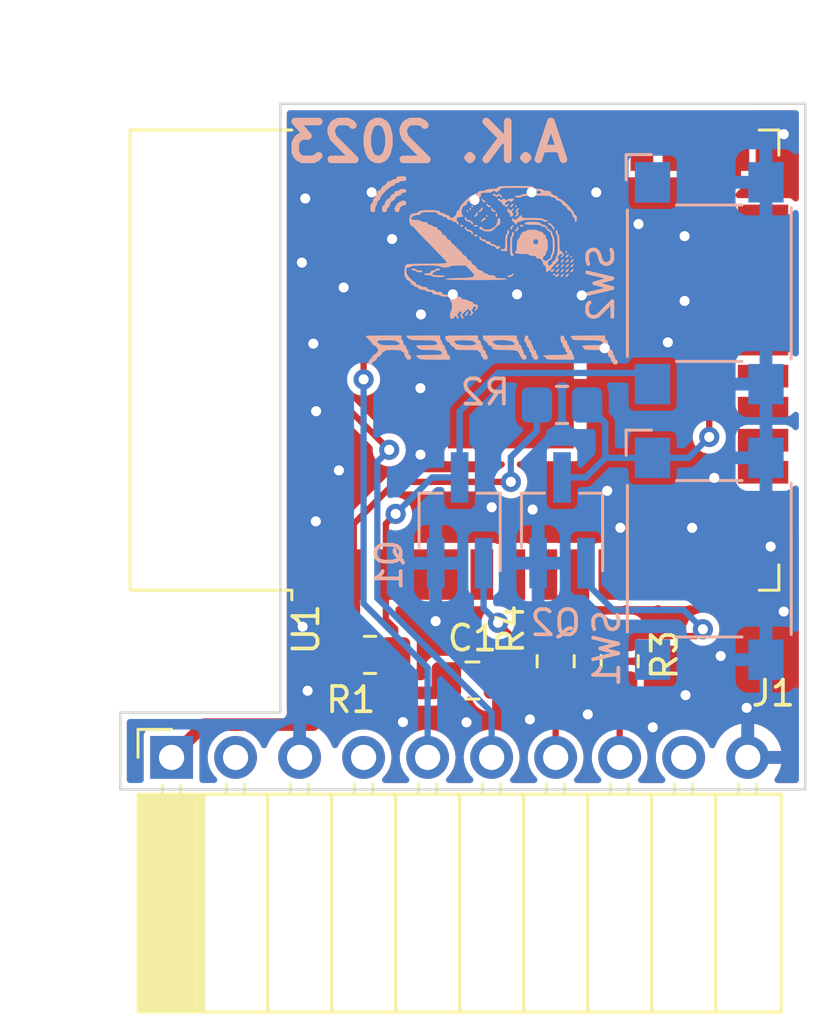
<source format=kicad_pcb>
(kicad_pcb (version 20211014) (generator pcbnew)
  (layers (0 "F.Cu" signal) (31 "B.Cu" signal) (34 "B.Paste" user) (35 "F.Paste" user) (36 "B.SilkS" user "B.Silkscreen") (37 "F.SilkS" user "F.Silkscreen") (38 "B.Mask" user) (39 "F.Mask" user) (44 "Edge.Cuts" user))
  (net 0 "")
  (net 1 "GND")
  (net 2 "+3V3")
  (net 3 "EN")
  (net 24 "BOOT")
  (net 33 "FP_TX")
  (net 34 "FP_RX")
  (net 39 "Net-(J1-Pad7)")
  (net 40 "Net-(J1-Pad8)")
  (net 42 "Net-(Q1-Pad1)")
  (net 43 "Net-(Q2-Pad1)")
  (footprint "Connector_PinSocket_2.54mm:PinSocket_1x10_P2.54mm_Horizontal" (layer "F.Cu") (at 126.238 128.27 90)
    (fp_text reference "J1" (at 2.54 23.876 180) (layer "F.SilkS"))
    (fp_text value "Conn_01x10" hide)
    (pad "1" thru_hole rect (at 0 0 90) (size 1.7 1.7) (drill 1) (layers *.Cu *.Mask) (net 2 "+3V3"))
    (pad "2" thru_hole oval (at 0 2.54 90) (size 1.7 1.7) (drill 1) (layers *.Cu *.Mask))
    (pad "3" thru_hole oval (at 0 5.08 90) (size 1.7 1.7) (drill 1) (layers *.Cu *.Mask) (net 1 "GND"))
    (pad "4" thru_hole oval (at 0 7.62 90) (size 1.7 1.7) (drill 1) (layers *.Cu *.Mask))
    (pad "5" thru_hole oval (at 0 10.16 90) (size 1.7 1.7) (drill 1) (layers *.Cu *.Mask) (net 33 "FP_TX"))
    (pad "6" thru_hole oval (at 0 12.7 90) (size 1.7 1.7) (drill 1) (layers *.Cu *.Mask) (net 34 "FP_RX"))
    (pad "7" thru_hole oval (at 0 15.24 90) (size 1.7 1.7) (drill 1) (layers *.Cu *.Mask) (net 39 "Net-(J1-Pad7)"))
    (pad "8" thru_hole oval (at 0 17.78 90) (size 1.7 1.7) (drill 1) (layers *.Cu *.Mask) (net 40 "Net-(J1-Pad8)"))
    (pad "9" thru_hole oval (at 0 20.32 90) (size 1.7 1.7) (drill 1) (layers *.Cu *.Mask))
    (pad "10" thru_hole oval (at 0 22.86 90) (size 1.7 1.7) (drill 1) (layers *.Cu *.Mask) (net 1 "GND"))
  )
  (footprint "RF_Module:ESP32-WROOM-32" (layer "F.Cu") (at 140.455 112.522 90)
    (fp_text reference "U1" (at -10.668 -8.883 90) (layer "F.SilkS"))
    (fp_text value "ESP32-WROOM-32")
    (pad "1" smd rect (at -8.5 -8.255 90) (size 2 0.9) (layers "F.Cu" "F.Paste" "F.Mask") (net 1 "GND"))
    (pad "2" smd rect (at -8.5 -6.985 90) (size 2 0.9) (layers "F.Cu" "F.Paste" "F.Mask") (net 2 "+3V3"))
    (pad "3" smd rect (at -8.5 -5.715 90) (size 2 0.9) (layers "F.Cu" "F.Paste" "F.Mask") (net 3 "EN"))
    (pad "4" smd rect (at -8.5 -4.445 90) (size 2 0.9) (layers "F.Cu" "F.Paste" "F.Mask"))
    (pad "5" smd rect (at -8.5 -3.175 90) (size 2 0.9) (layers "F.Cu" "F.Paste" "F.Mask"))
    (pad "6" smd rect (at -8.5 -1.905 90) (size 2 0.9) (layers "F.Cu" "F.Paste" "F.Mask"))
    (pad "7" smd rect (at -8.5 -0.635 90) (size 2 0.9) (layers "F.Cu" "F.Paste" "F.Mask"))
    (pad "8" smd rect (at -8.5 0.635 90) (size 2 0.9) (layers "F.Cu" "F.Paste" "F.Mask"))
    (pad "9" smd rect (at -8.5 1.905 90) (size 2 0.9) (layers "F.Cu" "F.Paste" "F.Mask"))
    (pad "10" smd rect (at -8.5 3.175 90) (size 2 0.9) (layers "F.Cu" "F.Paste" "F.Mask"))
    (pad "11" smd rect (at -8.5 4.445 90) (size 2 0.9) (layers "F.Cu" "F.Paste" "F.Mask"))
    (pad "12" smd rect (at -8.5 5.715 90) (size 2 0.9) (layers "F.Cu" "F.Paste" "F.Mask"))
    (pad "13" smd rect (at -8.5 6.985 90) (size 2 0.9) (layers "F.Cu" "F.Paste" "F.Mask"))
    (pad "14" smd rect (at -8.5 8.255 90) (size 2 0.9) (layers "F.Cu" "F.Paste" "F.Mask"))
    (pad "15" smd rect (at -5.715 9.255 180) (size 2 0.9) (layers "F.Cu" "F.Paste" "F.Mask") (net 1 "GND"))
    (pad "16" smd rect (at -4.445 9.255 180) (size 2 0.9) (layers "F.Cu" "F.Paste" "F.Mask"))
    (pad "17" smd rect (at -3.175 9.255 180) (size 2 0.9) (layers "F.Cu" "F.Paste" "F.Mask"))
    (pad "18" smd rect (at -1.905 9.255 180) (size 2 0.9) (layers "F.Cu" "F.Paste" "F.Mask"))
    (pad "19" smd rect (at -0.635 9.255 180) (size 2 0.9) (layers "F.Cu" "F.Paste" "F.Mask"))
    (pad "20" smd rect (at 0.635 9.255 180) (size 2 0.9) (layers "F.Cu" "F.Paste" "F.Mask"))
    (pad "21" smd rect (at 1.905 9.255 180) (size 2 0.9) (layers "F.Cu" "F.Paste" "F.Mask"))
    (pad "22" smd rect (at 3.175 9.255 180) (size 2 0.9) (layers "F.Cu" "F.Paste" "F.Mask"))
    (pad "23" smd rect (at 4.445 9.255 180) (size 2 0.9) (layers "F.Cu" "F.Paste" "F.Mask"))
    (pad "24" smd rect (at 5.715 9.255 180) (size 2 0.9) (layers "F.Cu" "F.Paste" "F.Mask"))
    (pad "25" smd rect (at 8.5 8.255 90) (size 2 0.9) (layers "F.Cu" "F.Paste" "F.Mask") (net 24 "BOOT"))
    (pad "26" smd rect (at 8.5 6.985 90) (size 2 0.9) (layers "F.Cu" "F.Paste" "F.Mask"))
    (pad "27" smd rect (at 8.5 5.715 90) (size 2 0.9) (layers "F.Cu" "F.Paste" "F.Mask"))
    (pad "28" smd rect (at 8.5 4.445 90) (size 2 0.9) (layers "F.Cu" "F.Paste" "F.Mask"))
    (pad "29" smd rect (at 8.5 3.175 90) (size 2 0.9) (layers "F.Cu" "F.Paste" "F.Mask"))
    (pad "30" smd rect (at 8.5 1.905 90) (size 2 0.9) (layers "F.Cu" "F.Paste" "F.Mask"))
    (pad "31" smd rect (at 8.5 0.635 90) (size 2 0.9) (layers "F.Cu" "F.Paste" "F.Mask"))
    (pad "32" smd rect (at 8.5 -0.635 90) (size 2 0.9) (layers "F.Cu" "F.Paste" "F.Mask"))
    (pad "33" smd rect (at 8.5 -1.905 90) (size 2 0.9) (layers "F.Cu" "F.Paste" "F.Mask"))
    (pad "34" smd rect (at 8.5 -3.175 90) (size 2 0.9) (layers "F.Cu" "F.Paste" "F.Mask") (net 33 "FP_TX"))
    (pad "35" smd rect (at 8.5 -4.445 90) (size 2 0.9) (layers "F.Cu" "F.Paste" "F.Mask") (net 34 "FP_RX"))
    (pad "36" smd rect (at 8.5 -5.715 90) (size 2 0.9) (layers "F.Cu" "F.Paste" "F.Mask"))
    (pad "37" smd rect (at 8.5 -6.985 90) (size 2 0.9) (layers "F.Cu" "F.Paste" "F.Mask"))
    (pad "38" smd rect (at 8.5 -8.255 90) (size 2 0.9) (layers "F.Cu" "F.Paste" "F.Mask") (net 1 "GND"))
    (pad "39" smd rect (at -1 -0.755 90) (size 5 5) (layers "F.Cu" "F.Paste" "F.Mask") (net 1 "GND"))
    (zone (net 0) (net_name "") (layers *.Cu) (connect_pads (clearance 0)) (min_thickness 0.254)
      (keepout (tracks not_allowed) (vias not_allowed) (pads not_allowed) (copperpour not_allowed) (footprints not_allowed))
      (fill (thermal_gap 0.508) (thermal_bridge_width 0.508))
      (polygon (pts (xy 130.485 126.522) (xy 130.485 98.522) (xy 119.705 98.522) (xy 119.705 126.522)))
    )
  )
  (footprint "Resistor_SMD:R_0805_2012Metric_Pad1.20x1.40mm_HandSolder" (layer "F.Cu") (at 134.112 124.206 180)
    (fp_text reference "R1" (at 0.762 -1.778) (layer "F.SilkS"))
    (fp_text value "R")
    (pad "1" smd roundrect (at -1 0 180) (size 1.2 1.4) (layers "F.Cu" "F.Paste" "F.Mask") (roundrect_rratio 0.208333) (net 3 "EN"))
    (pad "2" smd roundrect (at 1 0 180) (size 1.2 1.4) (layers "F.Cu" "F.Paste" "F.Mask") (roundrect_rratio 0.208333) (net 2 "+3V3"))
  )
  (footprint "Resistor_SMD:R_0805_2012Metric_Pad1.20x1.40mm_HandSolder" (layer "F.Cu") (at 141.478 124.46 -90)
    (fp_text reference "R4" (at -1.27 1.778 -90) (layer "F.SilkS"))
    (fp_text value "R")
    (pad "1" smd roundrect (at -1 0 270) (size 1.2 1.4) (layers "F.Cu" "F.Paste" "F.Mask") (roundrect_rratio 0.208333) (net 42 "Net-(Q1-Pad1)"))
    (pad "2" smd roundrect (at 1 0 270) (size 1.2 1.4) (layers "F.Cu" "F.Paste" "F.Mask") (roundrect_rratio 0.208333) (net 39 "Net-(J1-Pad7)"))
  )
  (footprint "Capacitor_SMD:C_0805_2012Metric_Pad1.18x1.45mm_HandSolder" (layer "F.Cu") (at 138.176 125.222)
    (fp_text reference "C1" (at 0 -1.68) (layer "F.SilkS"))
    (fp_text value "C")
    (pad "1" smd roundrect (at -1.0375 0) (size 1.175 1.45) (layers "F.Cu" "F.Paste" "F.Mask") (roundrect_rratio 0.212766) (net 2 "+3V3"))
    (pad "2" smd roundrect (at 1.0375 0) (size 1.175 1.45) (layers "F.Cu" "F.Paste" "F.Mask") (roundrect_rratio 0.212766) (net 1 "GND"))
  )
  (footprint "Resistor_SMD:R_0805_2012Metric_Pad1.20x1.40mm_HandSolder" (layer "F.Cu") (at 144.018 124.46 90)
    (fp_text reference "R3" (at 0.254 1.778 90) (layer "F.SilkS"))
    (fp_text value "R")
    (pad "1" smd roundrect (at -1 0 90) (size 1.2 1.4) (layers "F.Cu" "F.Paste" "F.Mask") (roundrect_rratio 0.208333) (net 40 "Net-(J1-Pad8)"))
    (pad "2" smd roundrect (at 1 0 90) (size 1.2 1.4) (layers "F.Cu" "F.Paste" "F.Mask") (roundrect_rratio 0.208333) (net 43 "Net-(Q2-Pad1)"))
  )
  (footprint "Button_Switch_SMD:SW_SPST_Omron_B3FS-101xP" (layer "B.Cu") (at 147.574 109.474 -90)
    (fp_text reference "SW2" (at 0 4.3 90) (layer "B.SilkS") (effects (justify mirror)))
    (fp_text value "SW_MEC_5E" hide)
    (pad "1" smd rect (at -4 2.25 90) (size 1.6 1.4) (layers "B.Cu" "B.Paste" "B.Mask"))
    (pad "2" smd rect (at 4 2.25 90) (size 1.6 1.4) (layers "B.Cu" "B.Paste" "B.Mask") (net 3 "EN"))
    (pad "3" smd rect (at -4 -2.25 90) (size 1.6 1.4) (layers "B.Cu" "B.Paste" "B.Mask") (net 1 "GND"))
    (pad "4" smd rect (at 4 -2.25 90) (size 1.6 1.4) (layers "B.Cu" "B.Paste" "B.Mask") (net 1 "GND"))
  )
  (footprint "Package_TO_SOT_SMD:SOT-23W_Handsoldering" (layer "B.Cu") (at 141.732 118.872 90)
    (fp_text reference "Q2" (at -4.064 -0.254 180) (layer "B.SilkS") (effects (justify mirror)))
    (fp_text value "Q_NPN_BCE")
    (pad "1" smd rect (at -1.7 0.95 90) (size 2 0.7) (layers "B.Cu" "B.Paste" "B.Mask") (net 43 "Net-(Q2-Pad1)"))
    (pad "2" smd rect (at -1.7 -0.95 90) (size 2 0.7) (layers "B.Cu" "B.Paste" "B.Mask") (net 1 "GND"))
    (pad "3" smd rect (at 1.7 0 90) (size 2 0.7) (layers "B.Cu" "B.Paste" "B.Mask") (net 24 "BOOT"))
  )
  (footprint "Resistor_SMD:R_0805_2012Metric_Pad1.20x1.40mm_HandSolder" (layer "B.Cu") (at 141.732 114.3 180)
    (fp_text reference "R2" (at 3.048 0.508) (layer "B.SilkS") (effects (justify mirror)))
    (fp_text value "R")
    (pad "1" smd roundrect (at -1 0 180) (size 1.2 1.4) (layers "B.Cu" "B.Paste" "B.Mask") (roundrect_rratio 0.208333) (net 24 "BOOT"))
    (pad "2" smd roundrect (at 1 0 180) (size 1.2 1.4) (layers "B.Cu" "B.Paste" "B.Mask") (roundrect_rratio 0.208333) (net 2 "+3V3"))
  )
  (footprint "Package_TO_SOT_SMD:SOT-23W_Handsoldering" (layer "B.Cu") (at 137.668 118.872 90)
    (fp_text reference "Q1" (at -1.778 -2.794 90) (layer "B.SilkS") (effects (justify mirror)))
    (fp_text value "Q_NPN_BCE")
    (pad "1" smd rect (at -1.7 0.95 90) (size 2 0.7) (layers "B.Cu" "B.Paste" "B.Mask") (net 42 "Net-(Q1-Pad1)"))
    (pad "2" smd rect (at -1.7 -0.95 90) (size 2 0.7) (layers "B.Cu" "B.Paste" "B.Mask") (net 1 "GND"))
    (pad "3" smd rect (at 1.7 0 90) (size 2 0.7) (layers "B.Cu" "B.Paste" "B.Mask") (net 3 "EN"))
  )
  (footprint "flipper:flipper_small" (layer "B.Cu") (at 138.938 108.966 180)
    (fp_text reference "G***" hide)
    (fp_text value "LOGO" hide)
  )
  (footprint "Button_Switch_SMD:SW_SPST_Omron_B3FS-101xP" (layer "B.Cu") (at 147.574 120.396 -90)
    (fp_text reference "SW1" (at 3.556 4.064 -90) (layer "B.SilkS") (effects (justify mirror)))
    (fp_text value "SW_MEC_5E")
    (pad "1" smd rect (at -4 2.25 90) (size 1.6 1.4) (layers "B.Cu" "B.Paste" "B.Mask") (net 24 "BOOT"))
    (pad "2" smd rect (at 4 2.25 90) (size 1.6 1.4) (layers "B.Cu" "B.Paste" "B.Mask"))
    (pad "3" smd rect (at -4 -2.25 90) (size 1.6 1.4) (layers "B.Cu" "B.Paste" "B.Mask") (net 1 "GND"))
    (pad "4" smd rect (at 4 -2.25 90) (size 1.6 1.4) (layers "B.Cu" "B.Paste" "B.Mask") (net 1 "GND"))
  )
  (gr_line (start 151.384 129.54) (end 151.384 102.362) (layer "Edge.Cuts") (width 0.1))
  (gr_line (start 151.13 129.54) (end 151.384 129.54) (layer "Edge.Cuts") (width 0.1))
  (gr_line (start 130.556 126.492) (end 130.556 102.362) (layer "Edge.Cuts") (width 0.1))
  (gr_line (start 150.876 129.54) (end 151.13 129.54) (layer "Edge.Cuts") (width 0.1))
  (gr_line (start 124.206 129.54) (end 150.876 129.54) (layer "Edge.Cuts") (width 0.1))
  (gr_line (start 124.206 129.54) (end 124.206 126.492) (layer "Edge.Cuts") (width 0.1))
  (gr_line (start 124.206 126.492) (end 130.556 126.492) (layer "Edge.Cuts") (width 0.1))
  (gr_line (start 130.556 102.362) (end 151.384 102.362) (layer "Edge.Cuts") (width 0.1))
  (gr_text "A.K. 2023" (at 136.398 103.886) (layer "B.SilkS") (effects (font (size 1.5 1.5) (thickness 0.3)) (justify mirror)))
  (via (at 145.929661 111.8195) (size 0.8) (drill 0.4) (layers "F.Cu" "B.Cu") (net 1))
  (via (at 146.5945 107.607487) (size 0.8) (drill 0.4) (layers "F.Cu" "B.Cu") (net 1))
  (via (at 131.439374 123.088894) (size 0.8) (drill 0.4) (layers "F.Cu" "B.Cu") (net 1))
  (via (at 145.333358 127.077435) (size 0.8) (drill 0.4) (layers "F.Cu" "B.Cu") (net 1))
  (via (at 131.542467 106.114823) (size 0.8) (drill 0.4) (layers "F.Cu" "B.Cu") (net 1))
  (via (at 133.066082 109.642696) (size 0.8) (drill 0.4) (layers "F.Cu" "B.Cu") (net 1))
  (via (at 146.893519 119.171632) (size 0.8) (drill 0.4) (layers "F.Cu" "B.Cu") (net 1))
  (via (at 139.949057 109.914) (size 0.8) (drill 0.4) (layers "F.Cu" "B.Cu") (net 1))
  (via (at 136.716789 122.870722) (size 0.8) (drill 0.4) (layers "F.Cu" "B.Cu") (net 1))
  (via (at 137.941819 126.881041) (size 0.8) (drill 0.4) (layers "F.Cu" "B.Cu") (net 1))
  (via (at 143.088755 105.872885) (size 0.8) (drill 0.4) (layers "F.Cu" "B.Cu") (net 1))
  (via (at 136.115016 116.26671) (size 0.8) (drill 0.4) (layers "F.Cu" "B.Cu") (net 1))
  (via (at 144.045048 119.1675) (size 0.8) (drill 0.4) (layers "F.Cu" "B.Cu") (net 1))
  (via (at 134.987248 107.72153) (size 0.8) (drill 0.4) (layers "F.Cu" "B.Cu") (net 1))
  (via (at 150.53 122.488) (size 0.8) (drill 0.4) (layers "F.Cu" "B.Cu") (net 1))
  (via (at 143.524801 117.702421) (size 0.8) (drill 0.4) (layers "F.Cu" "B.Cu") (net 1))
  (via (at 149.056348 126.303598) (size 0.8) (drill 0.4) (layers "F.Cu" "B.Cu") (net 1))
  (via (at 135.4185 126.869303) (size 0.8) (drill 0.4) (layers "F.Cu" "B.Cu") (net 1))
  (via (at 140.45762 126.762839) (size 0.8) (drill 0.4) (layers "F.Cu" "B.Cu") (net 1))
  (via (at 134.176789 105.870722) (size 0.8) (drill 0.4) (layers "F.Cu" "B.Cu") (net 1))
  (via (at 137.398157 109.914001) (size 0.8) (drill 0.4) (layers "F.Cu" "B.Cu") (net 1))
  (via (at 142.513516 109.95619) (size 0.8) (drill 0.4) (layers "F.Cu" "B.Cu") (net 1))
  (via (at 140.526789 105.870722) (size 0.8) (drill 0.4) (layers "F.Cu" "B.Cu") (net 1))
  (via (at 136.133106 110.711374) (size 0.8) (drill 0.4) (layers "F.Cu" "B.Cu") (net 1))
  (via (at 140.565321 118.446308) (size 0.8) (drill 0.4) (layers "F.Cu" "B.Cu") (net 1))
  (via (at 143.421032 112.0505) (size 0.8) (drill 0.4) (layers "F.Cu" "B.Cu") (net 1))
  (via (at 131.636156 125.627845) (size 0.8) (drill 0.4) (layers "F.Cu" "B.Cu") (net 1))
  (via (at 131.41 108.657055) (size 0.8) (drill 0.4) (layers "F.Cu" "B.Cu") (net 1))
  (via (at 144.765458 107.1285) (size 0.8) (drill 0.4) (layers "F.Cu" "B.Cu") (net 1))
  (via (at 138.941028 118.353546) (size 0.8) (drill 0.4) (layers "F.Cu" "B.Cu") (net 1))
  (via (at 131.962529 118.914001) (size 0.8) (drill 0.4) (layers "F.Cu" "B.Cu") (net 1))
  (via (at 138.2595 106.171574) (size 0.8) (drill 0.4) (layers "F.Cu" "B.Cu") (net 1))
  (via (at 131.973525 114.546604) (size 0.8) (drill 0.4) (layers "F.Cu" "B.Cu") (net 1))
  (via (at 146.5945 110.176313) (size 0.8) (drill 0.4) (layers "F.Cu" "B.Cu") (net 1))
  (via (at 142.753107 126.564444) (size 0.8) (drill 0.4) (layers "F.Cu" "B.Cu") (net 1))
  (via (at 136.111559 113.635131) (size 0.8) (drill 0.4) (layers "F.Cu" "B.Cu") (net 1))
  (via (at 131.8625 111.870443) (size 0.8) (drill 0.4) (layers "F.Cu" "B.Cu") (net 1))
  (via (at 132.8785 116.892661) (size 0.8) (drill 0.4) (layers "F.Cu" "B.Cu") (net 1))
  (via (at 150.53 103.566) (size 0.8) (drill 0.4) (layers "F.Cu" "B.Cu") (net 1))
  (via (at 146.63322 125.802276) (size 0.8) (drill 0.4) (layers "F.Cu" "B.Cu") (net 1))
  (via (at 147.772288 117.190598) (size 0.8) (drill 0.4) (layers "F.Cu" "B.Cu") (net 1))
  (via (at 148.028216 124.251761) (size 0.8) (drill 0.4) (layers "F.Cu" "B.Cu") (net 1))
  (via (at 150.009053 119.912162) (size 0.8) (drill 0.4) (layers "F.Cu" "B.Cu") (net 1))
  (segment (start 133.112 125.714) (end 136.6465 125.714) (width 0.5) (layer "F.Cu") (net 2))
  (segment (start 126.238 128.27) (end 127.537511 126.970489) (width 0.5) (layer "F.Cu") (net 2))
  (segment (start 133.47 119.006) (end 133.47 121.022) (width 0.25) (layer "F.Cu") (net 2))
  (segment (start 135.128 117.348) (end 133.47 119.006) (width 0.25) (layer "F.Cu") (net 2))
  (segment (start 127.537511 126.970489) (end 131.855511 126.970489) (width 0.5) (layer "F.Cu") (net 2))
  (segment (start 133.112 122.92) (end 133.112 124.206) (width 0.5) (layer "F.Cu") (net 2))
  (segment (start 133.47 122.562) (end 133.112 122.92) (width 0.5) (layer "F.Cu") (net 2))
  (segment (start 136.6465 125.714) (end 137.1385 125.222) (width 0.5) (layer "F.Cu") (net 2))
  (segment (start 139.7 117.348) (end 135.128 117.348) (width 0.25) (layer "F.Cu") (net 2))
  (segment (start 133.112 125.714) (end 133.112 124.206) (width 0.5) (layer "F.Cu") (net 2))
  (segment (start 131.855511 126.970489) (end 133.112 125.714) (width 0.5) (layer "F.Cu") (net 2))
  (segment (start 133.47 121.022) (end 133.47 122.562) (width 0.5) (layer "F.Cu") (net 2))
  (via (at 139.7 117.348) (size 0.8) (drill 0.4) (layers "F.Cu" "B.Cu") (net 2))
  (segment (start 140.732 115.332) (end 139.7 116.364) (width 0.25) (layer "B.Cu") (net 2))
  (segment (start 140.732 114.3) (end 140.732 115.332) (width 0.25) (layer "B.Cu") (net 2))
  (segment (start 139.7 116.364) (end 139.7 117.348) (width 0.25) (layer "B.Cu") (net 2))
  (segment (start 135.112 123.174) (end 134.74 122.802) (width 0.25) (layer "F.Cu") (net 3))
  (segment (start 134.74 119.006) (end 135.128 118.618) (width 0.25) (layer "F.Cu") (net 3))
  (segment (start 135.112 124.206) (end 135.112 123.174) (width 0.25) (layer "F.Cu") (net 3))
  (segment (start 134.74 122.802) (end 134.74 121.022) (width 0.25) (layer "F.Cu") (net 3))
  (segment (start 134.74 121.022) (end 134.74 119.006) (width 0.25) (layer "F.Cu") (net 3))
  (via (at 135.128 118.618) (size 0.8) (drill 0.4) (layers "F.Cu" "B.Cu") (net 3))
  (segment (start 136.574 117.172) (end 137.668 117.172) (width 0.25) (layer "B.Cu") (net 3))
  (segment (start 137.668 114.554) (end 137.668 117.172) (width 0.25) (layer "B.Cu") (net 3))
  (segment (start 145.324 113.474) (end 144.88 113.03) (width 0.25) (layer "B.Cu") (net 3))
  (segment (start 139.192 113.03) (end 137.668 114.554) (width 0.25) (layer "B.Cu") (net 3))
  (segment (start 135.128 118.618) (end 136.574 117.172) (width 0.25) (layer "B.Cu") (net 3))
  (segment (start 144.88 113.03) (end 139.192 113.03) (width 0.25) (layer "B.Cu") (net 3))
  (segment (start 148.71 105.29) (end 148.71 104.022) (width 0.25) (layer "F.Cu") (net 24))
  (segment (start 147.574 115.57) (end 147.574 106.426) (width 0.25) (layer "F.Cu") (net 24))
  (segment (start 147.574 106.426) (end 148.71 105.29) (width 0.25) (layer "F.Cu") (net 24))
  (via (at 147.574 115.57) (size 0.8) (drill 0.4) (layers "F.Cu" "B.Cu") (net 24))
  (segment (start 142.67 117.172) (end 143.446 116.396) (width 0.25) (layer "B.Cu") (net 24))
  (segment (start 143.446 116.396) (end 145.324 116.396) (width 0.25) (layer "B.Cu") (net 24))
  (segment (start 145.324 116.396) (end 146.748 116.396) (width 0.25) (layer "B.Cu") (net 24))
  (segment (start 146.748 116.396) (end 147.574 115.57) (width 0.25) (layer "B.Cu") (net 24))
  (segment (start 141.732 117.172) (end 142.67 117.172) (width 0.25) (layer "B.Cu") (net 24))
  (segment (start 142.732 114.3) (end 143.446 115.014) (width 0.25) (layer "B.Cu") (net 24))
  (segment (start 143.446 115.014) (end 143.446 116.396) (width 0.25) (layer "B.Cu") (net 24))
  (segment (start 133.858 111.506) (end 133.858 113.284) (width 0.25) (layer "F.Cu") (net 33))
  (segment (start 137.28 104.022) (end 137.28 108.084) (width 0.25) (layer "F.Cu") (net 33))
  (segment (start 137.28 108.084) (end 133.858 111.506) (width 0.25) (layer "F.Cu") (net 33))
  (via (at 133.858 113.284) (size 0.8) (drill 0.4) (layers "F.Cu" "B.Cu") (net 33))
  (segment (start 133.858 113.284) (end 133.858 122.174) (width 0.25) (layer "B.Cu") (net 33))
  (segment (start 136.398 124.714) (end 136.398 128.27) (width 0.25) (layer "B.Cu") (net 33))
  (segment (start 133.858 122.174) (end 136.398 124.714) (width 0.25) (layer "B.Cu") (net 33))
  (segment (start 136.01 108.084) (end 132.842 111.252) (width 0.25) (layer "F.Cu") (net 34))
  (segment (start 132.842 114.046) (end 133.604 114.808) (width 0.25) (layer "F.Cu") (net 34))
  (segment (start 134.62 115.824) (end 134.874 116.078) (width 0.25) (layer "F.Cu") (net 34))
  (segment (start 136.01 104.022) (end 136.01 108.084) (width 0.25) (layer "F.Cu") (net 34))
  (segment (start 132.842 111.252) (end 132.842 114.046) (width 0.25) (layer "F.Cu") (net 34))
  (segment (start 133.604 114.808) (end 134.62 115.824) (width 0.25) (layer "F.Cu") (net 34))
  (via (at 134.874 116.078) (size 0.8) (drill 0.4) (layers "F.Cu" "B.Cu") (net 34))
  (segment (start 134.403489 116.548511) (end 134.403489 121.957489) (width 0.25) (layer "B.Cu") (net 34))
  (segment (start 134.403489 121.957489) (end 138.938 126.492) (width 0.25) (layer "B.Cu") (net 34))
  (segment (start 134.874 116.078) (end 134.403489 116.548511) (width 0.25) (layer "B.Cu") (net 34))
  (segment (start 138.938 126.492) (end 138.938 128.27) (width 0.25) (layer "B.Cu") (net 34))
  (segment (start 141.478 128.27) (end 141.478 125.46) (width 0.25) (layer "F.Cu") (net 39))
  (segment (start 144.018 128.27) (end 144.018 125.46) (width 0.25) (layer "F.Cu") (net 40))
  (segment (start 139.446 123.19) (end 139.192 122.936) (width 0.25) (layer "F.Cu") (net 42))
  (segment (start 141.478 123.46) (end 139.716 123.46) (width 0.25) (layer "F.Cu") (net 42))
  (segment (start 139.716 123.46) (end 139.446 123.19) (width 0.25) (layer "F.Cu") (net 42))
  (via (at 139.192 122.936) (size 0.8) (drill 0.4) (layers "F.Cu" "B.Cu") (net 42))
  (segment (start 139.192 122.936) (end 138.618 122.362) (width 0.25) (layer "B.Cu") (net 42))
  (segment (start 138.618 122.362) (end 138.618 120.572) (width 0.25) (layer "B.Cu") (net 42))
  (segment (start 147.05 123.46) (end 147.32 123.19) (width 0.25) (layer "F.Cu") (net 43))
  (segment (start 144.018 123.46) (end 147.05 123.46) (width 0.25) (layer "F.Cu") (net 43))
  (via (at 147.32 123.19) (size 0.8) (drill 0.4) (layers "F.Cu" "B.Cu") (net 43))
  (segment (start 147.32 123.19) (end 146.558 122.428) (width 0.25) (layer "B.Cu") (net 43))
  (segment (start 143.764 122.428) (end 142.682 121.346) (width 0.25) (layer "B.Cu") (net 43))
  (segment (start 142.682 121.346) (end 142.682 120.572) (width 0.25) (layer "B.Cu") (net 43))
  (segment (start 146.558 122.428) (end 143.764 122.428) (width 0.25) (layer "B.Cu") (net 43))
  (zone (net 1) (net_name "GND") (layers F&B.Cu) (connect_pads (clearance 0.254)) (min_thickness 0.254) (fill yes (thermal_gap 0.508) (thermal_bridge_width 0.508))
    (polygon (pts (xy 151.384 129.54) (xy 124.206 129.54) (xy 123.952 102.362) (xy 151.384 102.362)))
  )
)
</source>
